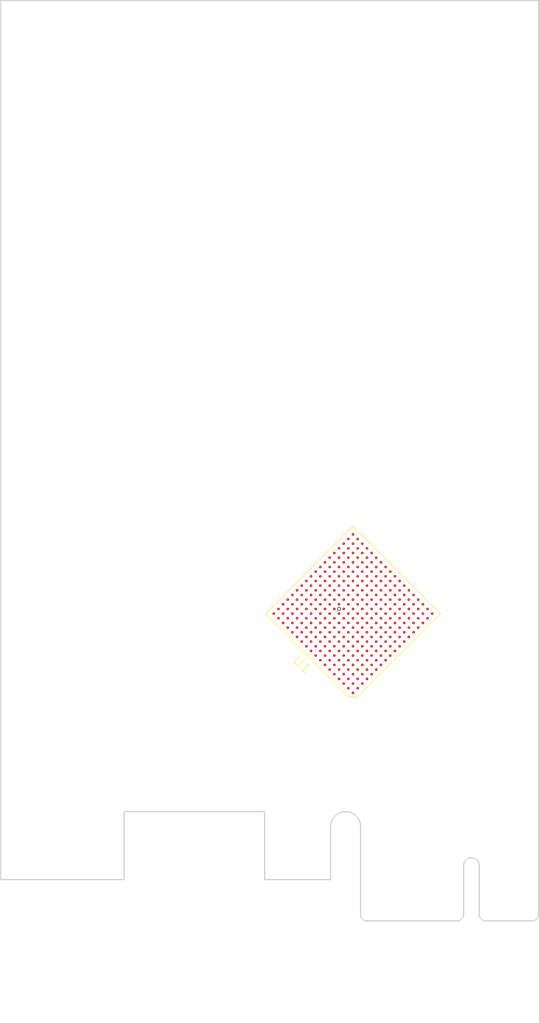
<source format=kicad_pcb>
(kicad_pcb (version 20171130) (host pcbnew 5.0.1)

  (general
    (thickness 1.6)
    (drawings 22)
    (tracks 1)
    (zones 0)
    (modules 1)
    (nets 3)
  )

  (page A4)
  (layers
    (0 F.Cu signal)
    (31 B.Cu signal)
    (32 B.Adhes user)
    (33 F.Adhes user)
    (34 B.Paste user)
    (35 F.Paste user)
    (36 B.SilkS user)
    (37 F.SilkS user)
    (38 B.Mask user)
    (39 F.Mask user)
    (40 Dwgs.User user)
    (41 Cmts.User user)
    (42 Eco1.User user)
    (43 Eco2.User user)
    (44 Edge.Cuts user)
    (45 Margin user)
    (46 B.CrtYd user)
    (47 F.CrtYd user)
    (48 B.Fab user)
    (49 F.Fab user)
  )

  (setup
    (last_trace_width 0.127)
    (trace_clearance 0.127)
    (zone_clearance 0.508)
    (zone_45_only no)
    (trace_min 0.127)
    (segment_width 0.2)
    (edge_width 0.15)
    (via_size 0.5)
    (via_drill 0.254)
    (via_min_size 0.4)
    (via_min_drill 0.254)
    (uvia_size 0.3)
    (uvia_drill 0.1)
    (uvias_allowed no)
    (uvia_min_size 0.2)
    (uvia_min_drill 0.1)
    (pcb_text_width 0.3)
    (pcb_text_size 1.5 1.5)
    (mod_edge_width 0.15)
    (mod_text_size 1 1)
    (mod_text_width 0.15)
    (pad_size 1.524 1.524)
    (pad_drill 0.762)
    (pad_to_mask_clearance 0.051)
    (solder_mask_min_width 0.25)
    (aux_axis_origin 0 0)
    (visible_elements FFFFFF7F)
    (pcbplotparams
      (layerselection 0x010fc_ffffffff)
      (usegerberextensions false)
      (usegerberattributes false)
      (usegerberadvancedattributes false)
      (creategerberjobfile false)
      (excludeedgelayer true)
      (linewidth 0.100000)
      (plotframeref false)
      (viasonmask false)
      (mode 1)
      (useauxorigin false)
      (hpglpennumber 1)
      (hpglpenspeed 20)
      (hpglpendiameter 15.000000)
      (psnegative false)
      (psa4output false)
      (plotreference true)
      (plotvalue true)
      (plotinvisibletext false)
      (padsonsilk false)
      (subtractmaskfromsilk false)
      (outputformat 1)
      (mirror false)
      (drillshape 1)
      (scaleselection 1)
      (outputdirectory ""))
  )

  (net 0 "")
  (net 1 /Power/MGTAVTT)
  (net 2 /Power/MGTAVCC)

  (net_class Default "This is the default net class."
    (clearance 0.127)
    (trace_width 0.127)
    (via_dia 0.5)
    (via_drill 0.254)
    (uvia_dia 0.3)
    (uvia_drill 0.1)
    (add_net /Power/MGTAVCC)
    (add_net /Power/MGTAVTT)
  )

  (module footlib:Xil_Artix_CSG325 (layer F.Cu) (tedit 0) (tstamp 5BE5A49B)
    (at 85.625 107.725 135)
    (path /5BA4C634/5BA4C667)
    (fp_text reference U1 (at 0 -8.7 135) (layer F.SilkS)
      (effects (font (size 1.2 1.2) (thickness 0.15)))
    )
    (fp_text value XC7A15T-CSG325 (at 0 8.7 135) (layer F.Fab)
      (effects (font (size 1.2 1.2) (thickness 0.15)))
    )
    (fp_line (start -6.8 -7.5) (end -7.5 -6.8) (layer F.SilkS) (width 0.15))
    (fp_line (start -7.5 -6.8) (end -7.5 7.5) (layer F.SilkS) (width 0.15))
    (fp_line (start -7.5 7.5) (end 7.5 7.5) (layer F.SilkS) (width 0.15))
    (fp_line (start 7.5 7.5) (end 7.5 -7.5) (layer F.SilkS) (width 0.15))
    (fp_line (start 7.5 -7.5) (end -6.8 -7.5) (layer F.SilkS) (width 0.15))
    (fp_line (start -7.65 -7.65) (end 7.65 -7.65) (layer F.CrtYd) (width 0.15))
    (fp_line (start 7.65 -7.65) (end 7.65 7.65) (layer F.CrtYd) (width 0.15))
    (fp_line (start 7.65 7.65) (end -7.65 7.65) (layer F.CrtYd) (width 0.15))
    (fp_line (start -7.65 7.65) (end -7.65 -7.65) (layer F.CrtYd) (width 0.15))
    (pad A1 smd circle (at -6.8 -6.8 135) (size 0.33 0.33) (layers F.Cu F.Paste F.Mask))
    (pad B1 smd circle (at -6.8 -6 135) (size 0.33 0.33) (layers F.Cu F.Paste F.Mask))
    (pad C1 smd circle (at -6.8 -5.2 135) (size 0.33 0.33) (layers F.Cu F.Paste F.Mask)
      (net 1 /Power/MGTAVTT))
    (pad D1 smd circle (at -6.8 -4.4 135) (size 0.33 0.33) (layers F.Cu F.Paste F.Mask))
    (pad E1 smd circle (at -6.8 -3.6 135) (size 0.33 0.33) (layers F.Cu F.Paste F.Mask)
      (net 1 /Power/MGTAVTT))
    (pad F1 smd circle (at -6.8 -2.8 135) (size 0.33 0.33) (layers F.Cu F.Paste F.Mask))
    (pad G1 smd circle (at -6.8 -2 135) (size 0.33 0.33) (layers F.Cu F.Paste F.Mask))
    (pad H1 smd circle (at -6.8 -1.2 135) (size 0.33 0.33) (layers F.Cu F.Paste F.Mask))
    (pad J1 smd circle (at -6.8 -0.4 135) (size 0.33 0.33) (layers F.Cu F.Paste F.Mask))
    (pad K1 smd circle (at -6.8 0.4 135) (size 0.33 0.33) (layers F.Cu F.Paste F.Mask))
    (pad L1 smd circle (at -6.8 1.2 135) (size 0.33 0.33) (layers F.Cu F.Paste F.Mask))
    (pad M1 smd circle (at -6.8 2 135) (size 0.33 0.33) (layers F.Cu F.Paste F.Mask))
    (pad N1 smd circle (at -6.8 2.8 135) (size 0.33 0.33) (layers F.Cu F.Paste F.Mask))
    (pad P1 smd circle (at -6.8 3.6 135) (size 0.33 0.33) (layers F.Cu F.Paste F.Mask))
    (pad R1 smd circle (at -6.8 4.4 135) (size 0.33 0.33) (layers F.Cu F.Paste F.Mask))
    (pad T1 smd circle (at -6.8 5.2 135) (size 0.33 0.33) (layers F.Cu F.Paste F.Mask))
    (pad U1 smd circle (at -6.8 6 135) (size 0.33 0.33) (layers F.Cu F.Paste F.Mask))
    (pad V1 smd circle (at -6.8 6.8 135) (size 0.33 0.33) (layers F.Cu F.Paste F.Mask))
    (pad A2 smd circle (at -6 -6.8 135) (size 0.33 0.33) (layers F.Cu F.Paste F.Mask)
      (net 1 /Power/MGTAVTT))
    (pad B2 smd circle (at -6 -6 135) (size 0.33 0.33) (layers F.Cu F.Paste F.Mask))
    (pad C2 smd circle (at -6 -5.2 135) (size 0.33 0.33) (layers F.Cu F.Paste F.Mask))
    (pad D2 smd circle (at -6 -4.4 135) (size 0.33 0.33) (layers F.Cu F.Paste F.Mask))
    (pad E2 smd circle (at -6 -3.6 135) (size 0.33 0.33) (layers F.Cu F.Paste F.Mask))
    (pad F2 smd circle (at -6 -2.8 135) (size 0.33 0.33) (layers F.Cu F.Paste F.Mask))
    (pad G2 smd circle (at -6 -2 135) (size 0.33 0.33) (layers F.Cu F.Paste F.Mask)
      (net 1 /Power/MGTAVTT))
    (pad H2 smd circle (at -6 -1.2 135) (size 0.33 0.33) (layers F.Cu F.Paste F.Mask))
    (pad J2 smd circle (at -6 -0.4 135) (size 0.33 0.33) (layers F.Cu F.Paste F.Mask))
    (pad K2 smd circle (at -6 0.4 135) (size 0.33 0.33) (layers F.Cu F.Paste F.Mask))
    (pad L2 smd circle (at -6 1.2 135) (size 0.33 0.33) (layers F.Cu F.Paste F.Mask))
    (pad M2 smd circle (at -6 2 135) (size 0.33 0.33) (layers F.Cu F.Paste F.Mask))
    (pad N2 smd circle (at -6 2.8 135) (size 0.33 0.33) (layers F.Cu F.Paste F.Mask))
    (pad P2 smd circle (at -6 3.6 135) (size 0.33 0.33) (layers F.Cu F.Paste F.Mask))
    (pad R2 smd circle (at -6 4.4 135) (size 0.33 0.33) (layers F.Cu F.Paste F.Mask))
    (pad T2 smd circle (at -6 5.2 135) (size 0.33 0.33) (layers F.Cu F.Paste F.Mask))
    (pad U2 smd circle (at -6 6 135) (size 0.33 0.33) (layers F.Cu F.Paste F.Mask))
    (pad V2 smd circle (at -6 6.8 135) (size 0.33 0.33) (layers F.Cu F.Paste F.Mask))
    (pad A3 smd circle (at -5.2 -6.8 135) (size 0.33 0.33) (layers F.Cu F.Paste F.Mask))
    (pad B3 smd circle (at -5.2 -6 135) (size 0.33 0.33) (layers F.Cu F.Paste F.Mask))
    (pad C3 smd circle (at -5.2 -5.2 135) (size 0.33 0.33) (layers F.Cu F.Paste F.Mask))
    (pad D3 smd circle (at -5.2 -4.4 135) (size 0.33 0.33) (layers F.Cu F.Paste F.Mask))
    (pad E3 smd circle (at -5.2 -3.6 135) (size 0.33 0.33) (layers F.Cu F.Paste F.Mask))
    (pad F3 smd circle (at -5.2 -2.8 135) (size 0.33 0.33) (layers F.Cu F.Paste F.Mask)
      (net 1 /Power/MGTAVTT))
    (pad G3 smd circle (at -5.2 -2 135) (size 0.33 0.33) (layers F.Cu F.Paste F.Mask))
    (pad H3 smd circle (at -5.2 -1.2 135) (size 0.33 0.33) (layers F.Cu F.Paste F.Mask))
    (pad J3 smd circle (at -5.2 -0.4 135) (size 0.33 0.33) (layers F.Cu F.Paste F.Mask))
    (pad K3 smd circle (at -5.2 0.4 135) (size 0.33 0.33) (layers F.Cu F.Paste F.Mask))
    (pad L3 smd circle (at -5.2 1.2 135) (size 0.33 0.33) (layers F.Cu F.Paste F.Mask))
    (pad M3 smd circle (at -5.2 2 135) (size 0.33 0.33) (layers F.Cu F.Paste F.Mask))
    (pad N3 smd circle (at -5.2 2.8 135) (size 0.33 0.33) (layers F.Cu F.Paste F.Mask))
    (pad P3 smd circle (at -5.2 3.6 135) (size 0.33 0.33) (layers F.Cu F.Paste F.Mask))
    (pad R3 smd circle (at -5.2 4.4 135) (size 0.33 0.33) (layers F.Cu F.Paste F.Mask))
    (pad T3 smd circle (at -5.2 5.2 135) (size 0.33 0.33) (layers F.Cu F.Paste F.Mask))
    (pad U3 smd circle (at -5.2 6 135) (size 0.33 0.33) (layers F.Cu F.Paste F.Mask))
    (pad V3 smd circle (at -5.2 6.8 135) (size 0.33 0.33) (layers F.Cu F.Paste F.Mask))
    (pad A4 smd circle (at -4.4 -6.8 135) (size 0.33 0.33) (layers F.Cu F.Paste F.Mask))
    (pad B4 smd circle (at -4.4 -6 135) (size 0.33 0.33) (layers F.Cu F.Paste F.Mask)
      (net 2 /Power/MGTAVCC))
    (pad C4 smd circle (at -4.4 -5.2 135) (size 0.33 0.33) (layers F.Cu F.Paste F.Mask))
    (pad D4 smd circle (at -4.4 -4.4 135) (size 0.33 0.33) (layers F.Cu F.Paste F.Mask))
    (pad E4 smd circle (at -4.4 -3.6 135) (size 0.33 0.33) (layers F.Cu F.Paste F.Mask))
    (pad F4 smd circle (at -4.4 -2.8 135) (size 0.33 0.33) (layers F.Cu F.Paste F.Mask))
    (pad G4 smd circle (at -4.4 -2 135) (size 0.33 0.33) (layers F.Cu F.Paste F.Mask))
    (pad H4 smd circle (at -4.4 -1.2 135) (size 0.33 0.33) (layers F.Cu F.Paste F.Mask))
    (pad J4 smd circle (at -4.4 -0.4 135) (size 0.33 0.33) (layers F.Cu F.Paste F.Mask))
    (pad K4 smd circle (at -4.4 0.4 135) (size 0.33 0.33) (layers F.Cu F.Paste F.Mask))
    (pad L4 smd circle (at -4.4 1.2 135) (size 0.33 0.33) (layers F.Cu F.Paste F.Mask))
    (pad M4 smd circle (at -4.4 2 135) (size 0.33 0.33) (layers F.Cu F.Paste F.Mask))
    (pad N4 smd circle (at -4.4 2.8 135) (size 0.33 0.33) (layers F.Cu F.Paste F.Mask))
    (pad P4 smd circle (at -4.4 3.6 135) (size 0.33 0.33) (layers F.Cu F.Paste F.Mask))
    (pad R4 smd circle (at -4.4 4.4 135) (size 0.33 0.33) (layers F.Cu F.Paste F.Mask))
    (pad T4 smd circle (at -4.4 5.2 135) (size 0.33 0.33) (layers F.Cu F.Paste F.Mask))
    (pad U4 smd circle (at -4.4 6 135) (size 0.33 0.33) (layers F.Cu F.Paste F.Mask))
    (pad V4 smd circle (at -4.4 6.8 135) (size 0.33 0.33) (layers F.Cu F.Paste F.Mask))
    (pad A5 smd circle (at -3.6 -6.8 135) (size 0.33 0.33) (layers F.Cu F.Paste F.Mask))
    (pad B5 smd circle (at -3.6 -6 135) (size 0.33 0.33) (layers F.Cu F.Paste F.Mask))
    (pad C5 smd circle (at -3.6 -5.2 135) (size 0.33 0.33) (layers F.Cu F.Paste F.Mask)
      (net 2 /Power/MGTAVCC))
    (pad D5 smd circle (at -3.6 -4.4 135) (size 0.33 0.33) (layers F.Cu F.Paste F.Mask))
    (pad E5 smd circle (at -3.6 -3.6 135) (size 0.33 0.33) (layers F.Cu F.Paste F.Mask)
      (net 2 /Power/MGTAVCC))
    (pad F5 smd circle (at -3.6 -2.8 135) (size 0.33 0.33) (layers F.Cu F.Paste F.Mask)
      (net 2 /Power/MGTAVCC))
    (pad G5 smd circle (at -3.6 -2 135) (size 0.33 0.33) (layers F.Cu F.Paste F.Mask))
    (pad H5 smd circle (at -3.6 -1.2 135) (size 0.33 0.33) (layers F.Cu F.Paste F.Mask))
    (pad J5 smd circle (at -3.6 -0.4 135) (size 0.33 0.33) (layers F.Cu F.Paste F.Mask))
    (pad K5 smd circle (at -3.6 0.4 135) (size 0.33 0.33) (layers F.Cu F.Paste F.Mask))
    (pad L5 smd circle (at -3.6 1.2 135) (size 0.33 0.33) (layers F.Cu F.Paste F.Mask))
    (pad M5 smd circle (at -3.6 2 135) (size 0.33 0.33) (layers F.Cu F.Paste F.Mask))
    (pad N5 smd circle (at -3.6 2.8 135) (size 0.33 0.33) (layers F.Cu F.Paste F.Mask))
    (pad P5 smd circle (at -3.6 3.6 135) (size 0.33 0.33) (layers F.Cu F.Paste F.Mask))
    (pad R5 smd circle (at -3.6 4.4 135) (size 0.33 0.33) (layers F.Cu F.Paste F.Mask))
    (pad T5 smd circle (at -3.6 5.2 135) (size 0.33 0.33) (layers F.Cu F.Paste F.Mask))
    (pad U5 smd circle (at -3.6 6 135) (size 0.33 0.33) (layers F.Cu F.Paste F.Mask))
    (pad V5 smd circle (at -3.6 6.8 135) (size 0.33 0.33) (layers F.Cu F.Paste F.Mask))
    (pad A6 smd circle (at -2.8 -6.8 135) (size 0.33 0.33) (layers F.Cu F.Paste F.Mask))
    (pad B6 smd circle (at -2.8 -6 135) (size 0.33 0.33) (layers F.Cu F.Paste F.Mask))
    (pad C6 smd circle (at -2.8 -5.2 135) (size 0.33 0.33) (layers F.Cu F.Paste F.Mask))
    (pad D6 smd circle (at -2.8 -4.4 135) (size 0.33 0.33) (layers F.Cu F.Paste F.Mask))
    (pad E6 smd circle (at -2.8 -3.6 135) (size 0.33 0.33) (layers F.Cu F.Paste F.Mask))
    (pad F6 smd circle (at -2.8 -2.8 135) (size 0.33 0.33) (layers F.Cu F.Paste F.Mask))
    (pad G6 smd circle (at -2.8 -2 135) (size 0.33 0.33) (layers F.Cu F.Paste F.Mask))
    (pad H6 smd circle (at -2.8 -1.2 135) (size 0.33 0.33) (layers F.Cu F.Paste F.Mask))
    (pad J6 smd circle (at -2.8 -0.4 135) (size 0.33 0.33) (layers F.Cu F.Paste F.Mask))
    (pad K6 smd circle (at -2.8 0.4 135) (size 0.33 0.33) (layers F.Cu F.Paste F.Mask))
    (pad L6 smd circle (at -2.8 1.2 135) (size 0.33 0.33) (layers F.Cu F.Paste F.Mask))
    (pad M6 smd circle (at -2.8 2 135) (size 0.33 0.33) (layers F.Cu F.Paste F.Mask))
    (pad N6 smd circle (at -2.8 2.8 135) (size 0.33 0.33) (layers F.Cu F.Paste F.Mask))
    (pad P6 smd circle (at -2.8 3.6 135) (size 0.33 0.33) (layers F.Cu F.Paste F.Mask))
    (pad R6 smd circle (at -2.8 4.4 135) (size 0.33 0.33) (layers F.Cu F.Paste F.Mask))
    (pad T6 smd circle (at -2.8 5.2 135) (size 0.33 0.33) (layers F.Cu F.Paste F.Mask))
    (pad U6 smd circle (at -2.8 6 135) (size 0.33 0.33) (layers F.Cu F.Paste F.Mask))
    (pad V6 smd circle (at -2.8 6.8 135) (size 0.33 0.33) (layers F.Cu F.Paste F.Mask))
    (pad A7 smd circle (at -2 -6.8 135) (size 0.33 0.33) (layers F.Cu F.Paste F.Mask))
    (pad B7 smd circle (at -2 -6 135) (size 0.33 0.33) (layers F.Cu F.Paste F.Mask))
    (pad C7 smd circle (at -2 -5.2 135) (size 0.33 0.33) (layers F.Cu F.Paste F.Mask))
    (pad D7 smd circle (at -2 -4.4 135) (size 0.33 0.33) (layers F.Cu F.Paste F.Mask))
    (pad E7 smd circle (at -2 -3.6 135) (size 0.33 0.33) (layers F.Cu F.Paste F.Mask))
    (pad F7 smd circle (at -2 -2.8 135) (size 0.33 0.33) (layers F.Cu F.Paste F.Mask))
    (pad G7 smd circle (at -2 -2 135) (size 0.33 0.33) (layers F.Cu F.Paste F.Mask))
    (pad H7 smd circle (at -2 -1.2 135) (size 0.33 0.33) (layers F.Cu F.Paste F.Mask))
    (pad J7 smd circle (at -2 -0.4 135) (size 0.33 0.33) (layers F.Cu F.Paste F.Mask))
    (pad K7 smd circle (at -2 0.4 135) (size 0.33 0.33) (layers F.Cu F.Paste F.Mask))
    (pad L7 smd circle (at -2 1.2 135) (size 0.33 0.33) (layers F.Cu F.Paste F.Mask))
    (pad M7 smd circle (at -2 2 135) (size 0.33 0.33) (layers F.Cu F.Paste F.Mask))
    (pad N7 smd circle (at -2 2.8 135) (size 0.33 0.33) (layers F.Cu F.Paste F.Mask))
    (pad P7 smd circle (at -2 3.6 135) (size 0.33 0.33) (layers F.Cu F.Paste F.Mask))
    (pad R7 smd circle (at -2 4.4 135) (size 0.33 0.33) (layers F.Cu F.Paste F.Mask))
    (pad T7 smd circle (at -2 5.2 135) (size 0.33 0.33) (layers F.Cu F.Paste F.Mask))
    (pad U7 smd circle (at -2 6 135) (size 0.33 0.33) (layers F.Cu F.Paste F.Mask))
    (pad V7 smd circle (at -2 6.8 135) (size 0.33 0.33) (layers F.Cu F.Paste F.Mask))
    (pad A8 smd circle (at -1.2 -6.8 135) (size 0.33 0.33) (layers F.Cu F.Paste F.Mask))
    (pad B8 smd circle (at -1.2 -6 135) (size 0.33 0.33) (layers F.Cu F.Paste F.Mask))
    (pad C8 smd circle (at -1.2 -5.2 135) (size 0.33 0.33) (layers F.Cu F.Paste F.Mask))
    (pad D8 smd circle (at -1.2 -4.4 135) (size 0.33 0.33) (layers F.Cu F.Paste F.Mask))
    (pad E8 smd circle (at -1.2 -3.6 135) (size 0.33 0.33) (layers F.Cu F.Paste F.Mask))
    (pad F8 smd circle (at -1.2 -2.8 135) (size 0.33 0.33) (layers F.Cu F.Paste F.Mask))
    (pad G8 smd circle (at -1.2 -2 135) (size 0.33 0.33) (layers F.Cu F.Paste F.Mask))
    (pad H8 smd circle (at -1.2 -1.2 135) (size 0.33 0.33) (layers F.Cu F.Paste F.Mask))
    (pad J8 smd circle (at -1.2 -0.4 135) (size 0.33 0.33) (layers F.Cu F.Paste F.Mask))
    (pad K8 smd circle (at -1.2 0.4 135) (size 0.33 0.33) (layers F.Cu F.Paste F.Mask))
    (pad L8 smd circle (at -1.2 1.2 135) (size 0.33 0.33) (layers F.Cu F.Paste F.Mask))
    (pad M8 smd circle (at -1.2 2 135) (size 0.33 0.33) (layers F.Cu F.Paste F.Mask))
    (pad N8 smd circle (at -1.2 2.8 135) (size 0.33 0.33) (layers F.Cu F.Paste F.Mask))
    (pad P8 smd circle (at -1.2 3.6 135) (size 0.33 0.33) (layers F.Cu F.Paste F.Mask))
    (pad R8 smd circle (at -1.2 4.4 135) (size 0.33 0.33) (layers F.Cu F.Paste F.Mask))
    (pad T8 smd circle (at -1.2 5.2 135) (size 0.33 0.33) (layers F.Cu F.Paste F.Mask))
    (pad U8 smd circle (at -1.2 6 135) (size 0.33 0.33) (layers F.Cu F.Paste F.Mask))
    (pad V8 smd circle (at -1.2 6.8 135) (size 0.33 0.33) (layers F.Cu F.Paste F.Mask))
    (pad A9 smd circle (at -0.4 -6.8 135) (size 0.33 0.33) (layers F.Cu F.Paste F.Mask))
    (pad B9 smd circle (at -0.4 -6 135) (size 0.33 0.33) (layers F.Cu F.Paste F.Mask))
    (pad C9 smd circle (at -0.4 -5.2 135) (size 0.33 0.33) (layers F.Cu F.Paste F.Mask))
    (pad D9 smd circle (at -0.4 -4.4 135) (size 0.33 0.33) (layers F.Cu F.Paste F.Mask))
    (pad E9 smd circle (at -0.4 -3.6 135) (size 0.33 0.33) (layers F.Cu F.Paste F.Mask))
    (pad F9 smd circle (at -0.4 -2.8 135) (size 0.33 0.33) (layers F.Cu F.Paste F.Mask))
    (pad G9 smd circle (at -0.4 -2 135) (size 0.33 0.33) (layers F.Cu F.Paste F.Mask))
    (pad H9 smd circle (at -0.4 -1.2 135) (size 0.33 0.33) (layers F.Cu F.Paste F.Mask))
    (pad J9 smd circle (at -0.4 -0.4 135) (size 0.33 0.33) (layers F.Cu F.Paste F.Mask))
    (pad K9 smd circle (at -0.4 0.4 135) (size 0.33 0.33) (layers F.Cu F.Paste F.Mask))
    (pad L9 smd circle (at -0.4 1.2 135) (size 0.33 0.33) (layers F.Cu F.Paste F.Mask))
    (pad M9 smd circle (at -0.4 2 135) (size 0.33 0.33) (layers F.Cu F.Paste F.Mask))
    (pad N9 smd circle (at -0.4 2.8 135) (size 0.33 0.33) (layers F.Cu F.Paste F.Mask))
    (pad P9 smd circle (at -0.4 3.6 135) (size 0.33 0.33) (layers F.Cu F.Paste F.Mask))
    (pad R9 smd circle (at -0.4 4.4 135) (size 0.33 0.33) (layers F.Cu F.Paste F.Mask))
    (pad T9 smd circle (at -0.4 5.2 135) (size 0.33 0.33) (layers F.Cu F.Paste F.Mask))
    (pad U9 smd circle (at -0.4 6 135) (size 0.33 0.33) (layers F.Cu F.Paste F.Mask))
    (pad V9 smd circle (at -0.4 6.8 135) (size 0.33 0.33) (layers F.Cu F.Paste F.Mask))
    (pad A10 smd circle (at 0.4 -6.8 135) (size 0.33 0.33) (layers F.Cu F.Paste F.Mask))
    (pad B10 smd circle (at 0.4 -6 135) (size 0.33 0.33) (layers F.Cu F.Paste F.Mask))
    (pad C10 smd circle (at 0.4 -5.2 135) (size 0.33 0.33) (layers F.Cu F.Paste F.Mask))
    (pad D10 smd circle (at 0.4 -4.4 135) (size 0.33 0.33) (layers F.Cu F.Paste F.Mask))
    (pad E10 smd circle (at 0.4 -3.6 135) (size 0.33 0.33) (layers F.Cu F.Paste F.Mask))
    (pad F10 smd circle (at 0.4 -2.8 135) (size 0.33 0.33) (layers F.Cu F.Paste F.Mask))
    (pad G10 smd circle (at 0.4 -2 135) (size 0.33 0.33) (layers F.Cu F.Paste F.Mask))
    (pad H10 smd circle (at 0.4 -1.2 135) (size 0.33 0.33) (layers F.Cu F.Paste F.Mask))
    (pad J10 smd circle (at 0.4 -0.4 135) (size 0.33 0.33) (layers F.Cu F.Paste F.Mask))
    (pad K10 smd circle (at 0.4 0.4 135) (size 0.33 0.33) (layers F.Cu F.Paste F.Mask))
    (pad L10 smd circle (at 0.4 1.2 135) (size 0.33 0.33) (layers F.Cu F.Paste F.Mask))
    (pad M10 smd circle (at 0.4 2 135) (size 0.33 0.33) (layers F.Cu F.Paste F.Mask))
    (pad N10 smd circle (at 0.4 2.8 135) (size 0.33 0.33) (layers F.Cu F.Paste F.Mask))
    (pad P10 smd circle (at 0.4 3.6 135) (size 0.33 0.33) (layers F.Cu F.Paste F.Mask))
    (pad R10 smd circle (at 0.4 4.4 135) (size 0.33 0.33) (layers F.Cu F.Paste F.Mask))
    (pad T10 smd circle (at 0.4 5.2 135) (size 0.33 0.33) (layers F.Cu F.Paste F.Mask))
    (pad U10 smd circle (at 0.4 6 135) (size 0.33 0.33) (layers F.Cu F.Paste F.Mask))
    (pad V10 smd circle (at 0.4 6.8 135) (size 0.33 0.33) (layers F.Cu F.Paste F.Mask))
    (pad A11 smd circle (at 1.2 -6.8 135) (size 0.33 0.33) (layers F.Cu F.Paste F.Mask))
    (pad B11 smd circle (at 1.2 -6 135) (size 0.33 0.33) (layers F.Cu F.Paste F.Mask))
    (pad C11 smd circle (at 1.2 -5.2 135) (size 0.33 0.33) (layers F.Cu F.Paste F.Mask))
    (pad D11 smd circle (at 1.2 -4.4 135) (size 0.33 0.33) (layers F.Cu F.Paste F.Mask))
    (pad E11 smd circle (at 1.2 -3.6 135) (size 0.33 0.33) (layers F.Cu F.Paste F.Mask))
    (pad F11 smd circle (at 1.2 -2.8 135) (size 0.33 0.33) (layers F.Cu F.Paste F.Mask))
    (pad G11 smd circle (at 1.2 -2 135) (size 0.33 0.33) (layers F.Cu F.Paste F.Mask))
    (pad H11 smd circle (at 1.2 -1.2 135) (size 0.33 0.33) (layers F.Cu F.Paste F.Mask))
    (pad J11 smd circle (at 1.2 -0.4 135) (size 0.33 0.33) (layers F.Cu F.Paste F.Mask))
    (pad K11 smd circle (at 1.2 0.4 135) (size 0.33 0.33) (layers F.Cu F.Paste F.Mask))
    (pad L11 smd circle (at 1.2 1.2 135) (size 0.33 0.33) (layers F.Cu F.Paste F.Mask))
    (pad M11 smd circle (at 1.2 2 135) (size 0.33 0.33) (layers F.Cu F.Paste F.Mask))
    (pad N11 smd circle (at 1.2 2.8 135) (size 0.33 0.33) (layers F.Cu F.Paste F.Mask))
    (pad P11 smd circle (at 1.2 3.6 135) (size 0.33 0.33) (layers F.Cu F.Paste F.Mask))
    (pad R11 smd circle (at 1.2 4.4 135) (size 0.33 0.33) (layers F.Cu F.Paste F.Mask))
    (pad T11 smd circle (at 1.2 5.2 135) (size 0.33 0.33) (layers F.Cu F.Paste F.Mask))
    (pad U11 smd circle (at 1.2 6 135) (size 0.33 0.33) (layers F.Cu F.Paste F.Mask))
    (pad V11 smd circle (at 1.2 6.8 135) (size 0.33 0.33) (layers F.Cu F.Paste F.Mask))
    (pad A12 smd circle (at 2 -6.8 135) (size 0.33 0.33) (layers F.Cu F.Paste F.Mask))
    (pad B12 smd circle (at 2 -6 135) (size 0.33 0.33) (layers F.Cu F.Paste F.Mask))
    (pad C12 smd circle (at 2 -5.2 135) (size 0.33 0.33) (layers F.Cu F.Paste F.Mask))
    (pad D12 smd circle (at 2 -4.4 135) (size 0.33 0.33) (layers F.Cu F.Paste F.Mask))
    (pad E12 smd circle (at 2 -3.6 135) (size 0.33 0.33) (layers F.Cu F.Paste F.Mask))
    (pad F12 smd circle (at 2 -2.8 135) (size 0.33 0.33) (layers F.Cu F.Paste F.Mask))
    (pad G12 smd circle (at 2 -2 135) (size 0.33 0.33) (layers F.Cu F.Paste F.Mask))
    (pad H12 smd circle (at 2 -1.2 135) (size 0.33 0.33) (layers F.Cu F.Paste F.Mask))
    (pad J12 smd circle (at 2 -0.4 135) (size 0.33 0.33) (layers F.Cu F.Paste F.Mask))
    (pad K12 smd circle (at 2 0.4 135) (size 0.33 0.33) (layers F.Cu F.Paste F.Mask))
    (pad L12 smd circle (at 2 1.2 135) (size 0.33 0.33) (layers F.Cu F.Paste F.Mask))
    (pad M12 smd circle (at 2 2 135) (size 0.33 0.33) (layers F.Cu F.Paste F.Mask))
    (pad N12 smd circle (at 2 2.8 135) (size 0.33 0.33) (layers F.Cu F.Paste F.Mask))
    (pad P12 smd circle (at 2 3.6 135) (size 0.33 0.33) (layers F.Cu F.Paste F.Mask))
    (pad R12 smd circle (at 2 4.4 135) (size 0.33 0.33) (layers F.Cu F.Paste F.Mask))
    (pad T12 smd circle (at 2 5.2 135) (size 0.33 0.33) (layers F.Cu F.Paste F.Mask))
    (pad U12 smd circle (at 2 6 135) (size 0.33 0.33) (layers F.Cu F.Paste F.Mask))
    (pad V12 smd circle (at 2 6.8 135) (size 0.33 0.33) (layers F.Cu F.Paste F.Mask))
    (pad A13 smd circle (at 2.8 -6.8 135) (size 0.33 0.33) (layers F.Cu F.Paste F.Mask))
    (pad B13 smd circle (at 2.8 -6 135) (size 0.33 0.33) (layers F.Cu F.Paste F.Mask))
    (pad C13 smd circle (at 2.8 -5.2 135) (size 0.33 0.33) (layers F.Cu F.Paste F.Mask))
    (pad D13 smd circle (at 2.8 -4.4 135) (size 0.33 0.33) (layers F.Cu F.Paste F.Mask))
    (pad E13 smd circle (at 2.8 -3.6 135) (size 0.33 0.33) (layers F.Cu F.Paste F.Mask))
    (pad F13 smd circle (at 2.8 -2.8 135) (size 0.33 0.33) (layers F.Cu F.Paste F.Mask))
    (pad G13 smd circle (at 2.8 -2 135) (size 0.33 0.33) (layers F.Cu F.Paste F.Mask))
    (pad H13 smd circle (at 2.8 -1.2 135) (size 0.33 0.33) (layers F.Cu F.Paste F.Mask))
    (pad J13 smd circle (at 2.8 -0.4 135) (size 0.33 0.33) (layers F.Cu F.Paste F.Mask))
    (pad K13 smd circle (at 2.8 0.4 135) (size 0.33 0.33) (layers F.Cu F.Paste F.Mask))
    (pad L13 smd circle (at 2.8 1.2 135) (size 0.33 0.33) (layers F.Cu F.Paste F.Mask))
    (pad M13 smd circle (at 2.8 2 135) (size 0.33 0.33) (layers F.Cu F.Paste F.Mask))
    (pad N13 smd circle (at 2.8 2.8 135) (size 0.33 0.33) (layers F.Cu F.Paste F.Mask))
    (pad P13 smd circle (at 2.8 3.6 135) (size 0.33 0.33) (layers F.Cu F.Paste F.Mask))
    (pad R13 smd circle (at 2.8 4.4 135) (size 0.33 0.33) (layers F.Cu F.Paste F.Mask))
    (pad T13 smd circle (at 2.8 5.2 135) (size 0.33 0.33) (layers F.Cu F.Paste F.Mask))
    (pad U13 smd circle (at 2.8 6 135) (size 0.33 0.33) (layers F.Cu F.Paste F.Mask))
    (pad V13 smd circle (at 2.8 6.8 135) (size 0.33 0.33) (layers F.Cu F.Paste F.Mask))
    (pad A14 smd circle (at 3.6 -6.8 135) (size 0.33 0.33) (layers F.Cu F.Paste F.Mask))
    (pad B14 smd circle (at 3.6 -6 135) (size 0.33 0.33) (layers F.Cu F.Paste F.Mask))
    (pad C14 smd circle (at 3.6 -5.2 135) (size 0.33 0.33) (layers F.Cu F.Paste F.Mask))
    (pad D14 smd circle (at 3.6 -4.4 135) (size 0.33 0.33) (layers F.Cu F.Paste F.Mask))
    (pad E14 smd circle (at 3.6 -3.6 135) (size 0.33 0.33) (layers F.Cu F.Paste F.Mask))
    (pad F14 smd circle (at 3.6 -2.8 135) (size 0.33 0.33) (layers F.Cu F.Paste F.Mask))
    (pad G14 smd circle (at 3.6 -2 135) (size 0.33 0.33) (layers F.Cu F.Paste F.Mask))
    (pad H14 smd circle (at 3.6 -1.2 135) (size 0.33 0.33) (layers F.Cu F.Paste F.Mask))
    (pad J14 smd circle (at 3.6 -0.4 135) (size 0.33 0.33) (layers F.Cu F.Paste F.Mask))
    (pad K14 smd circle (at 3.6 0.4 135) (size 0.33 0.33) (layers F.Cu F.Paste F.Mask))
    (pad L14 smd circle (at 3.6 1.2 135) (size 0.33 0.33) (layers F.Cu F.Paste F.Mask))
    (pad M14 smd circle (at 3.6 2 135) (size 0.33 0.33) (layers F.Cu F.Paste F.Mask))
    (pad N14 smd circle (at 3.6 2.8 135) (size 0.33 0.33) (layers F.Cu F.Paste F.Mask))
    (pad P14 smd circle (at 3.6 3.6 135) (size 0.33 0.33) (layers F.Cu F.Paste F.Mask))
    (pad R14 smd circle (at 3.6 4.4 135) (size 0.33 0.33) (layers F.Cu F.Paste F.Mask))
    (pad T14 smd circle (at 3.6 5.2 135) (size 0.33 0.33) (layers F.Cu F.Paste F.Mask))
    (pad U14 smd circle (at 3.6 6 135) (size 0.33 0.33) (layers F.Cu F.Paste F.Mask))
    (pad V14 smd circle (at 3.6 6.8 135) (size 0.33 0.33) (layers F.Cu F.Paste F.Mask))
    (pad A15 smd circle (at 4.4 -6.8 135) (size 0.33 0.33) (layers F.Cu F.Paste F.Mask))
    (pad B15 smd circle (at 4.4 -6 135) (size 0.33 0.33) (layers F.Cu F.Paste F.Mask))
    (pad C15 smd circle (at 4.4 -5.2 135) (size 0.33 0.33) (layers F.Cu F.Paste F.Mask))
    (pad D15 smd circle (at 4.4 -4.4 135) (size 0.33 0.33) (layers F.Cu F.Paste F.Mask))
    (pad E15 smd circle (at 4.4 -3.6 135) (size 0.33 0.33) (layers F.Cu F.Paste F.Mask))
    (pad F15 smd circle (at 4.4 -2.8 135) (size 0.33 0.33) (layers F.Cu F.Paste F.Mask))
    (pad G15 smd circle (at 4.4 -2 135) (size 0.33 0.33) (layers F.Cu F.Paste F.Mask))
    (pad H15 smd circle (at 4.4 -1.2 135) (size 0.33 0.33) (layers F.Cu F.Paste F.Mask))
    (pad J15 smd circle (at 4.4 -0.4 135) (size 0.33 0.33) (layers F.Cu F.Paste F.Mask))
    (pad K15 smd circle (at 4.4 0.4 135) (size 0.33 0.33) (layers F.Cu F.Paste F.Mask))
    (pad L15 smd circle (at 4.4 1.2 135) (size 0.33 0.33) (layers F.Cu F.Paste F.Mask))
    (pad M15 smd circle (at 4.4 2 135) (size 0.33 0.33) (layers F.Cu F.Paste F.Mask))
    (pad N15 smd circle (at 4.4 2.8 135) (size 0.33 0.33) (layers F.Cu F.Paste F.Mask))
    (pad P15 smd circle (at 4.4 3.6 135) (size 0.33 0.33) (layers F.Cu F.Paste F.Mask))
    (pad R15 smd circle (at 4.4 4.4 135) (size 0.33 0.33) (layers F.Cu F.Paste F.Mask))
    (pad T15 smd circle (at 4.4 5.2 135) (size 0.33 0.33) (layers F.Cu F.Paste F.Mask))
    (pad U15 smd circle (at 4.4 6 135) (size 0.33 0.33) (layers F.Cu F.Paste F.Mask))
    (pad V15 smd circle (at 4.4 6.8 135) (size 0.33 0.33) (layers F.Cu F.Paste F.Mask))
    (pad A16 smd circle (at 5.2 -6.8 135) (size 0.33 0.33) (layers F.Cu F.Paste F.Mask))
    (pad B16 smd circle (at 5.2 -6 135) (size 0.33 0.33) (layers F.Cu F.Paste F.Mask))
    (pad C16 smd circle (at 5.2 -5.2 135) (size 0.33 0.33) (layers F.Cu F.Paste F.Mask))
    (pad D16 smd circle (at 5.2 -4.4 135) (size 0.33 0.33) (layers F.Cu F.Paste F.Mask))
    (pad E16 smd circle (at 5.2 -3.6 135) (size 0.33 0.33) (layers F.Cu F.Paste F.Mask))
    (pad F16 smd circle (at 5.2 -2.8 135) (size 0.33 0.33) (layers F.Cu F.Paste F.Mask))
    (pad G16 smd circle (at 5.2 -2 135) (size 0.33 0.33) (layers F.Cu F.Paste F.Mask))
    (pad H16 smd circle (at 5.2 -1.2 135) (size 0.33 0.33) (layers F.Cu F.Paste F.Mask))
    (pad J16 smd circle (at 5.2 -0.4 135) (size 0.33 0.33) (layers F.Cu F.Paste F.Mask))
    (pad K16 smd circle (at 5.2 0.4 135) (size 0.33 0.33) (layers F.Cu F.Paste F.Mask))
    (pad L16 smd circle (at 5.2 1.2 135) (size 0.33 0.33) (layers F.Cu F.Paste F.Mask))
    (pad M16 smd circle (at 5.2 2 135) (size 0.33 0.33) (layers F.Cu F.Paste F.Mask))
    (pad N16 smd circle (at 5.2 2.8 135) (size 0.33 0.33) (layers F.Cu F.Paste F.Mask))
    (pad P16 smd circle (at 5.2 3.6 135) (size 0.33 0.33) (layers F.Cu F.Paste F.Mask))
    (pad R16 smd circle (at 5.2 4.4 135) (size 0.33 0.33) (layers F.Cu F.Paste F.Mask))
    (pad T16 smd circle (at 5.2 5.2 135) (size 0.33 0.33) (layers F.Cu F.Paste F.Mask))
    (pad U16 smd circle (at 5.2 6 135) (size 0.33 0.33) (layers F.Cu F.Paste F.Mask))
    (pad V16 smd circle (at 5.2 6.8 135) (size 0.33 0.33) (layers F.Cu F.Paste F.Mask))
    (pad A17 smd circle (at 6 -6.8 135) (size 0.33 0.33) (layers F.Cu F.Paste F.Mask))
    (pad B17 smd circle (at 6 -6 135) (size 0.33 0.33) (layers F.Cu F.Paste F.Mask))
    (pad C17 smd circle (at 6 -5.2 135) (size 0.33 0.33) (layers F.Cu F.Paste F.Mask))
    (pad D17 smd circle (at 6 -4.4 135) (size 0.33 0.33) (layers F.Cu F.Paste F.Mask))
    (pad E17 smd circle (at 6 -3.6 135) (size 0.33 0.33) (layers F.Cu F.Paste F.Mask))
    (pad F17 smd circle (at 6 -2.8 135) (size 0.33 0.33) (layers F.Cu F.Paste F.Mask))
    (pad G17 smd circle (at 6 -2 135) (size 0.33 0.33) (layers F.Cu F.Paste F.Mask))
    (pad H17 smd circle (at 6 -1.2 135) (size 0.33 0.33) (layers F.Cu F.Paste F.Mask))
    (pad J17 smd circle (at 6 -0.4 135) (size 0.33 0.33) (layers F.Cu F.Paste F.Mask))
    (pad K17 smd circle (at 6 0.4 135) (size 0.33 0.33) (layers F.Cu F.Paste F.Mask))
    (pad L17 smd circle (at 6 1.2 135) (size 0.33 0.33) (layers F.Cu F.Paste F.Mask))
    (pad M17 smd circle (at 6 2 135) (size 0.33 0.33) (layers F.Cu F.Paste F.Mask))
    (pad N17 smd circle (at 6 2.8 135) (size 0.33 0.33) (layers F.Cu F.Paste F.Mask))
    (pad P17 smd circle (at 6 3.6 135) (size 0.33 0.33) (layers F.Cu F.Paste F.Mask))
    (pad R17 smd circle (at 6 4.4 135) (size 0.33 0.33) (layers F.Cu F.Paste F.Mask))
    (pad T17 smd circle (at 6 5.2 135) (size 0.33 0.33) (layers F.Cu F.Paste F.Mask))
    (pad U17 smd circle (at 6 6 135) (size 0.33 0.33) (layers F.Cu F.Paste F.Mask))
    (pad V17 smd circle (at 6 6.8 135) (size 0.33 0.33) (layers F.Cu F.Paste F.Mask))
    (pad A18 smd circle (at 6.8 -6.8 135) (size 0.33 0.33) (layers F.Cu F.Paste F.Mask))
    (pad B18 smd circle (at 6.8 -6 135) (size 0.33 0.33) (layers F.Cu F.Paste F.Mask))
    (pad C18 smd circle (at 6.8 -5.2 135) (size 0.33 0.33) (layers F.Cu F.Paste F.Mask))
    (pad D18 smd circle (at 6.8 -4.4 135) (size 0.33 0.33) (layers F.Cu F.Paste F.Mask))
    (pad E18 smd circle (at 6.8 -3.6 135) (size 0.33 0.33) (layers F.Cu F.Paste F.Mask))
    (pad F18 smd circle (at 6.8 -2.8 135) (size 0.33 0.33) (layers F.Cu F.Paste F.Mask))
    (pad G18 smd circle (at 6.8 -2 135) (size 0.33 0.33) (layers F.Cu F.Paste F.Mask))
    (pad H18 smd circle (at 6.8 -1.2 135) (size 0.33 0.33) (layers F.Cu F.Paste F.Mask))
    (pad J18 smd circle (at 6.8 -0.4 135) (size 0.33 0.33) (layers F.Cu F.Paste F.Mask))
    (pad K18 smd circle (at 6.8 0.4 135) (size 0.33 0.33) (layers F.Cu F.Paste F.Mask))
    (pad L18 smd circle (at 6.8 1.2 135) (size 0.33 0.33) (layers F.Cu F.Paste F.Mask))
    (pad M18 smd circle (at 6.8 2 135) (size 0.33 0.33) (layers F.Cu F.Paste F.Mask))
    (pad N18 smd circle (at 6.8 2.8 135) (size 0.33 0.33) (layers F.Cu F.Paste F.Mask))
    (pad P18 smd circle (at 6.8 3.6 135) (size 0.33 0.33) (layers F.Cu F.Paste F.Mask))
    (pad R18 smd circle (at 6.8 4.4 135) (size 0.33 0.33) (layers F.Cu F.Paste F.Mask))
    (pad T18 smd circle (at 6.8 5.2 135) (size 0.33 0.33) (layers F.Cu F.Paste F.Mask))
    (pad U18 smd circle (at 6.8 6 135) (size 0.33 0.33) (layers F.Cu F.Paste F.Mask))
    (pad V18 smd circle (at 6.8 6.8 135) (size 0.33 0.33) (layers F.Cu F.Paste F.Mask))
  )

  (gr_line (start 108.15 33.35) (end 42.85 33.35) (layer Edge.Cuts) (width 0.15))
  (gr_line (start 108.15 144.5) (end 108.15 33.35) (layer Edge.Cuts) (width 0.15))
  (gr_line (start 57.85 131.75) (end 74.9 131.75) (layer Edge.Cuts) (width 0.15))
  (gr_line (start 57.85 140) (end 57.85 131.75) (layer Edge.Cuts) (width 0.15) (tstamp 5BE3BE89))
  (gr_line (start 42.85 140) (end 57.85 140) (layer Edge.Cuts) (width 0.15))
  (gr_line (start 42.85 140) (end 42.85 33.35) (layer Edge.Cuts) (width 0.15))
  (gr_line (start 74.9 140) (end 74.9 131.75) (layer Edge.Cuts) (width 0.15))
  (gr_line (start 82.9 140) (end 74.9 140) (layer Edge.Cuts) (width 0.15))
  (gr_arc (start 84.725 133.575) (end 86.55 133.575) (angle -180) (layer Edge.Cuts) (width 0.15))
  (gr_line (start 82.9 133.575) (end 82.9 140) (layer Edge.Cuts) (width 0.15))
  (gr_line (start 86.55 144.5) (end 86.55 133.575) (layer Edge.Cuts) (width 0.15))
  (gr_text "Datum x=100" (at 100 156) (layer Cmts.User)
    (effects (font (size 1.5 1.5) (thickness 0.3)))
  )
  (gr_line (start 100 145.5) (end 100 155) (layer Cmts.User) (width 0.2))
  (gr_line (start 107.65 145) (end 108.15 144.5) (layer Edge.Cuts) (width 0.15))
  (gr_line (start 101.45 145) (end 107.65 145) (layer Edge.Cuts) (width 0.15))
  (gr_arc (start 100 138.3) (end 100.95 138.3) (angle -180) (layer Edge.Cuts) (width 0.15))
  (gr_line (start 100.95 144.5) (end 100.95 138.3) (layer Edge.Cuts) (width 0.15) (tstamp 5BE302E2))
  (gr_line (start 99.05 144.5) (end 99.05 138.3) (layer Edge.Cuts) (width 0.15))
  (gr_line (start 87.05 145) (end 86.55 144.5) (layer Edge.Cuts) (width 0.15))
  (gr_line (start 100.95 144.5) (end 101.45 145) (layer Edge.Cuts) (width 0.15))
  (gr_line (start 98.55 145) (end 99.05 144.5) (layer Edge.Cuts) (width 0.15))
  (gr_line (start 87.05 145) (end 98.55 145) (layer Edge.Cuts) (width 0.15))

  (via (at 83.925 107.15) (size 0.5) (drill 0.254) (layers F.Cu B.Cu) (net 0))

)

</source>
